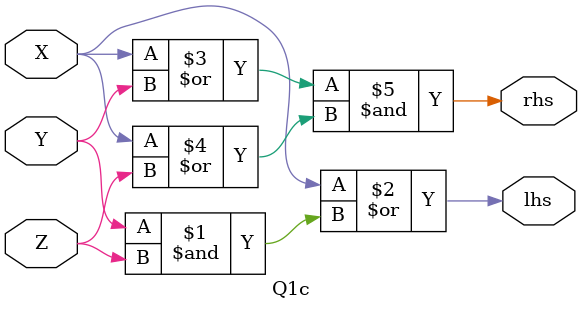
<source format=v>
module Q1c(X, Y, Z, lhs, rhs);
    input X, Y, Z;
    output lhs, rhs;
    assign lhs=X|(Y&Z);
    assign rhs=(X|Y)&(X|Z);
endmodule    
</source>
